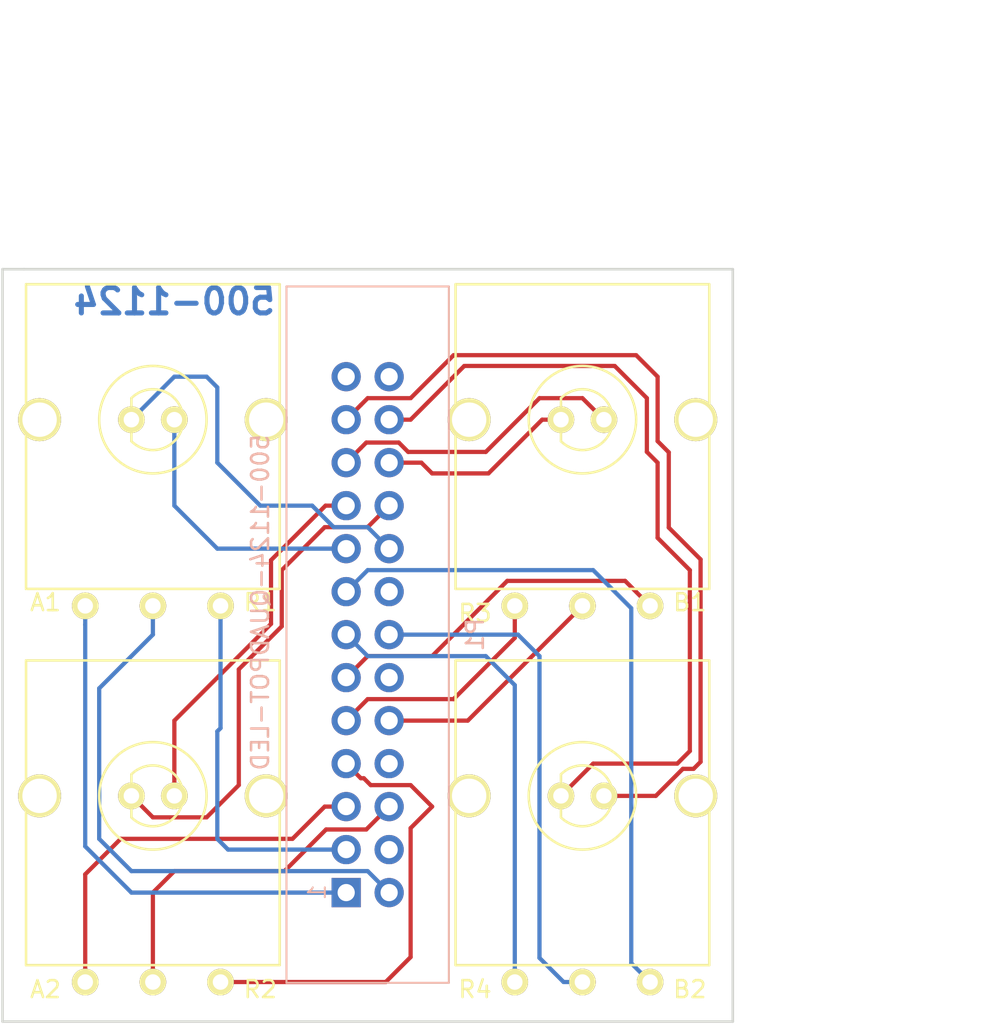
<source format=kicad_pcb>
(kicad_pcb (version 20171130) (host pcbnew "(5.0.0)")

  (general
    (thickness 1.6)
    (drawings 10)
    (tracks 126)
    (zones 0)
    (modules 5)
    (nets 27)
  )

  (page A4)
  (layers
    (0 F.Cu signal)
    (31 B.Cu signal)
    (32 B.Adhes user)
    (33 F.Adhes user)
    (34 B.Paste user)
    (35 F.Paste user)
    (36 B.SilkS user hide)
    (37 F.SilkS user)
    (38 B.Mask user)
    (39 F.Mask user)
    (40 Dwgs.User user)
    (41 Cmts.User user)
    (42 Eco1.User user)
    (43 Eco2.User user)
    (44 Edge.Cuts user)
    (45 Margin user)
    (46 B.CrtYd user)
    (47 F.CrtYd user)
    (48 B.Fab user hide)
    (49 F.Fab user)
  )

  (setup
    (last_trace_width 0.25)
    (trace_clearance 0.2)
    (zone_clearance 0.508)
    (zone_45_only no)
    (trace_min 0.2)
    (segment_width 0.2)
    (edge_width 0.15)
    (via_size 0.6)
    (via_drill 0.4)
    (via_min_size 0.4)
    (via_min_drill 0.3)
    (uvia_size 0.3)
    (uvia_drill 0.1)
    (uvias_allowed no)
    (uvia_min_size 0.2)
    (uvia_min_drill 0.1)
    (pcb_text_width 0.3)
    (pcb_text_size 1.5 1.5)
    (mod_edge_width 0.15)
    (mod_text_size 1 1)
    (mod_text_width 0.15)
    (pad_size 1.524 1.524)
    (pad_drill 0.762)
    (pad_to_mask_clearance 0.2)
    (aux_axis_origin 0 0)
    (visible_elements 7FFFEFFF)
    (pcbplotparams
      (layerselection 0x010f0_ffffffff)
      (usegerberextensions true)
      (usegerberattributes false)
      (usegerberadvancedattributes false)
      (creategerberjobfile false)
      (excludeedgelayer true)
      (linewidth 0.100000)
      (plotframeref false)
      (viasonmask false)
      (mode 1)
      (useauxorigin false)
      (hpglpennumber 1)
      (hpglpenspeed 20)
      (hpglpendiameter 15.000000)
      (psnegative false)
      (psa4output false)
      (plotreference true)
      (plotvalue true)
      (plotinvisibletext false)
      (padsonsilk false)
      (subtractmaskfromsilk false)
      (outputformat 1)
      (mirror false)
      (drillshape 0)
      (scaleselection 1)
      (outputdirectory "FAB/"))
  )

  (net 0 "")
  (net 1 "Net-(P1-Pad1)")
  (net 2 "Net-(P1-Pad2)")
  (net 3 "Net-(P1-Pad3)")
  (net 4 "Net-(P1-Pad4)")
  (net 5 "Net-(P1-Pad5)")
  (net 6 "Net-(P1-Pad6)")
  (net 7 "Net-(P1-Pad7)")
  (net 8 "Net-(P1-Pad8)")
  (net 9 "Net-(P1-Pad9)")
  (net 10 "Net-(P1-Pad10)")
  (net 11 "Net-(P1-Pad11)")
  (net 12 "Net-(P1-Pad12)")
  (net 13 "Net-(P1-Pad13)")
  (net 14 "Net-(P1-Pad14)")
  (net 15 "Net-(P1-Pad15)")
  (net 16 "Net-(P1-Pad16)")
  (net 17 "Net-(P1-Pad17)")
  (net 18 "Net-(P1-Pad18)")
  (net 19 "Net-(P1-Pad19)")
  (net 20 "Net-(P1-Pad20)")
  (net 21 "Net-(P1-Pad21)")
  (net 22 "Net-(P1-Pad22)")
  (net 23 "Net-(P1-Pad23)")
  (net 24 "Net-(P1-Pad24)")
  (net 25 "Net-(P1-Pad25)")
  (net 26 "Net-(P1-Pad26)")

  (net_class Default "This is the default net class."
    (clearance 0.2)
    (trace_width 0.25)
    (via_dia 0.6)
    (via_drill 0.4)
    (uvia_dia 0.3)
    (uvia_drill 0.1)
    (add_net "Net-(P1-Pad1)")
    (add_net "Net-(P1-Pad10)")
    (add_net "Net-(P1-Pad11)")
    (add_net "Net-(P1-Pad12)")
    (add_net "Net-(P1-Pad13)")
    (add_net "Net-(P1-Pad14)")
    (add_net "Net-(P1-Pad15)")
    (add_net "Net-(P1-Pad16)")
    (add_net "Net-(P1-Pad17)")
    (add_net "Net-(P1-Pad18)")
    (add_net "Net-(P1-Pad19)")
    (add_net "Net-(P1-Pad2)")
    (add_net "Net-(P1-Pad20)")
    (add_net "Net-(P1-Pad21)")
    (add_net "Net-(P1-Pad22)")
    (add_net "Net-(P1-Pad23)")
    (add_net "Net-(P1-Pad24)")
    (add_net "Net-(P1-Pad25)")
    (add_net "Net-(P1-Pad26)")
    (add_net "Net-(P1-Pad3)")
    (add_net "Net-(P1-Pad4)")
    (add_net "Net-(P1-Pad5)")
    (add_net "Net-(P1-Pad6)")
    (add_net "Net-(P1-Pad7)")
    (add_net "Net-(P1-Pad8)")
    (add_net "Net-(P1-Pad9)")
  )

  (module FootPrints:Alpha9mmPotWithLED (layer F.Cu) (tedit 58C9CABB) (tstamp 58C896BD)
    (at 127 76.2)
    (path /58C877F8)
    (fp_text reference R1 (at 6.35 10.795) (layer F.SilkS)
      (effects (font (size 1 1) (thickness 0.15)))
    )
    (fp_text value A1 (at -6.35 10.795) (layer F.SilkS)
      (effects (font (size 1 1) (thickness 0.15)))
    )
    (fp_arc (start 0 0) (end 1.27 1.27) (angle 90) (layer F.SilkS) (width 0.15))
    (fp_arc (start 0 0) (end 1.27 -1.27) (angle 90) (layer F.SilkS) (width 0.15))
    (fp_arc (start 0 0) (end -1.27 -1.27) (angle 90) (layer F.SilkS) (width 0.15))
    (fp_line (start -1.27 -1.27) (end -1.27 1.27) (layer F.SilkS) (width 0.15))
    (fp_circle (center 0 0) (end 3.175 0) (layer F.SilkS) (width 0.15))
    (fp_line (start -7.5 10) (end 7.5 10) (layer F.SilkS) (width 0.15))
    (fp_line (start 7.5 10) (end 7.5 -8) (layer F.SilkS) (width 0.15))
    (fp_line (start 7.5 -8) (end -7.5 -8) (layer F.SilkS) (width 0.15))
    (fp_line (start -7.5 -8) (end -7.5 10) (layer F.SilkS) (width 0.15))
    (pad "" thru_hole circle (at -6.7 0) (size 2.54 2.54) (drill 2.032) (layers *.Cu *.Mask F.SilkS))
    (pad "" thru_hole circle (at 6.7 0) (size 2.54 2.54) (drill 2.032) (layers *.Cu *.Mask F.SilkS))
    (pad 4 thru_hole circle (at -1.27 0) (size 1.5748 1.5748) (drill 0.9144) (layers *.Cu *.Mask F.SilkS)
      (net 18 "Net-(P1-Pad18)"))
    (pad 5 thru_hole circle (at 1.27 0) (size 1.5748 1.5748) (drill 0.9144) (layers *.Cu *.Mask F.SilkS)
      (net 17 "Net-(P1-Pad17)"))
    (pad 2 thru_hole circle (at 0 11) (size 1.5748 1.5748) (drill 0.9144) (layers *.Cu *.Mask F.SilkS)
      (net 2 "Net-(P1-Pad2)"))
    (pad 3 thru_hole circle (at 4 11) (size 1.5748 1.5748) (drill 0.9144) (layers *.Cu *.Mask F.SilkS)
      (net 3 "Net-(P1-Pad3)"))
    (pad 1 thru_hole circle (at -4 11) (size 1.5748 1.5748) (drill 0.9144) (layers *.Cu *.Mask F.SilkS)
      (net 1 "Net-(P1-Pad1)"))
  )

  (module FootPrints:Alpha9mmPotWithLED (layer F.Cu) (tedit 58C9CAC9) (tstamp 58C896D1)
    (at 127 98.425)
    (path /58C87A79)
    (fp_text reference R2 (at 6.35 11.43) (layer F.SilkS)
      (effects (font (size 1 1) (thickness 0.15)))
    )
    (fp_text value A2 (at -6.35 11.43) (layer F.SilkS)
      (effects (font (size 1 1) (thickness 0.15)))
    )
    (fp_arc (start 0 0) (end 1.27 1.27) (angle 90) (layer F.SilkS) (width 0.15))
    (fp_arc (start 0 0) (end 1.27 -1.27) (angle 90) (layer F.SilkS) (width 0.15))
    (fp_arc (start 0 0) (end -1.27 -1.27) (angle 90) (layer F.SilkS) (width 0.15))
    (fp_line (start -1.27 -1.27) (end -1.27 1.27) (layer F.SilkS) (width 0.15))
    (fp_circle (center 0 0) (end 3.175 0) (layer F.SilkS) (width 0.15))
    (fp_line (start -7.5 10) (end 7.5 10) (layer F.SilkS) (width 0.15))
    (fp_line (start 7.5 10) (end 7.5 -8) (layer F.SilkS) (width 0.15))
    (fp_line (start 7.5 -8) (end -7.5 -8) (layer F.SilkS) (width 0.15))
    (fp_line (start -7.5 -8) (end -7.5 10) (layer F.SilkS) (width 0.15))
    (pad "" thru_hole circle (at -6.7 0) (size 2.54 2.54) (drill 2.032) (layers *.Cu *.Mask F.SilkS))
    (pad "" thru_hole circle (at 6.7 0) (size 2.54 2.54) (drill 2.032) (layers *.Cu *.Mask F.SilkS))
    (pad 4 thru_hole circle (at -1.27 0) (size 1.5748 1.5748) (drill 0.9144) (layers *.Cu *.Mask F.SilkS)
      (net 20 "Net-(P1-Pad20)"))
    (pad 5 thru_hole circle (at 1.27 0) (size 1.5748 1.5748) (drill 0.9144) (layers *.Cu *.Mask F.SilkS)
      (net 19 "Net-(P1-Pad19)"))
    (pad 2 thru_hole circle (at 0 11) (size 1.5748 1.5748) (drill 0.9144) (layers *.Cu *.Mask F.SilkS)
      (net 6 "Net-(P1-Pad6)"))
    (pad 3 thru_hole circle (at 4 11) (size 1.5748 1.5748) (drill 0.9144) (layers *.Cu *.Mask F.SilkS)
      (net 7 "Net-(P1-Pad7)"))
    (pad 1 thru_hole circle (at -4 11) (size 1.5748 1.5748) (drill 0.9144) (layers *.Cu *.Mask F.SilkS)
      (net 5 "Net-(P1-Pad5)"))
  )

  (module FootPrints:Alpha9mmPotWithLED (layer F.Cu) (tedit 58C9C996) (tstamp 58C896E5)
    (at 152.4 76.2)
    (path /58C87AE3)
    (fp_text reference R3 (at -6.35 11.43) (layer F.SilkS)
      (effects (font (size 1 1) (thickness 0.15)))
    )
    (fp_text value B1 (at 6.35 10.795) (layer F.SilkS)
      (effects (font (size 1 1) (thickness 0.15)))
    )
    (fp_arc (start 0 0) (end 1.27 1.27) (angle 90) (layer F.SilkS) (width 0.15))
    (fp_arc (start 0 0) (end 1.27 -1.27) (angle 90) (layer F.SilkS) (width 0.15))
    (fp_arc (start 0 0) (end -1.27 -1.27) (angle 90) (layer F.SilkS) (width 0.15))
    (fp_line (start -1.27 -1.27) (end -1.27 1.27) (layer F.SilkS) (width 0.15))
    (fp_circle (center 0 0) (end 3.175 0) (layer F.SilkS) (width 0.15))
    (fp_line (start -7.5 10) (end 7.5 10) (layer F.SilkS) (width 0.15))
    (fp_line (start 7.5 10) (end 7.5 -8) (layer F.SilkS) (width 0.15))
    (fp_line (start 7.5 -8) (end -7.5 -8) (layer F.SilkS) (width 0.15))
    (fp_line (start -7.5 -8) (end -7.5 10) (layer F.SilkS) (width 0.15))
    (pad "" thru_hole circle (at -6.7 0) (size 2.54 2.54) (drill 2.032) (layers *.Cu *.Mask F.SilkS))
    (pad "" thru_hole circle (at 6.7 0) (size 2.54 2.54) (drill 2.032) (layers *.Cu *.Mask F.SilkS))
    (pad 4 thru_hole circle (at -1.27 0) (size 1.5748 1.5748) (drill 0.9144) (layers *.Cu *.Mask F.SilkS)
      (net 22 "Net-(P1-Pad22)"))
    (pad 5 thru_hole circle (at 1.27 0) (size 1.5748 1.5748) (drill 0.9144) (layers *.Cu *.Mask F.SilkS)
      (net 21 "Net-(P1-Pad21)"))
    (pad 2 thru_hole circle (at 0 11) (size 1.5748 1.5748) (drill 0.9144) (layers *.Cu *.Mask F.SilkS)
      (net 10 "Net-(P1-Pad10)"))
    (pad 3 thru_hole circle (at 4 11) (size 1.5748 1.5748) (drill 0.9144) (layers *.Cu *.Mask F.SilkS)
      (net 11 "Net-(P1-Pad11)"))
    (pad 1 thru_hole circle (at -4 11) (size 1.5748 1.5748) (drill 0.9144) (layers *.Cu *.Mask F.SilkS)
      (net 9 "Net-(P1-Pad9)"))
  )

  (module FootPrints:Alpha9mmPotWithLED (layer F.Cu) (tedit 58C9C99E) (tstamp 58C896F9)
    (at 152.4 98.425)
    (path /58C87B2A)
    (fp_text reference R4 (at -6.35 11.43) (layer F.SilkS)
      (effects (font (size 1 1) (thickness 0.15)))
    )
    (fp_text value B2 (at 6.35 11.43) (layer F.SilkS)
      (effects (font (size 1 1) (thickness 0.15)))
    )
    (fp_arc (start 0 0) (end 1.27 1.27) (angle 90) (layer F.SilkS) (width 0.15))
    (fp_arc (start 0 0) (end 1.27 -1.27) (angle 90) (layer F.SilkS) (width 0.15))
    (fp_arc (start 0 0) (end -1.27 -1.27) (angle 90) (layer F.SilkS) (width 0.15))
    (fp_line (start -1.27 -1.27) (end -1.27 1.27) (layer F.SilkS) (width 0.15))
    (fp_circle (center 0 0) (end 3.175 0) (layer F.SilkS) (width 0.15))
    (fp_line (start -7.5 10) (end 7.5 10) (layer F.SilkS) (width 0.15))
    (fp_line (start 7.5 10) (end 7.5 -8) (layer F.SilkS) (width 0.15))
    (fp_line (start 7.5 -8) (end -7.5 -8) (layer F.SilkS) (width 0.15))
    (fp_line (start -7.5 -8) (end -7.5 10) (layer F.SilkS) (width 0.15))
    (pad "" thru_hole circle (at -6.7 0) (size 2.54 2.54) (drill 2.032) (layers *.Cu *.Mask F.SilkS))
    (pad "" thru_hole circle (at 6.7 0) (size 2.54 2.54) (drill 2.032) (layers *.Cu *.Mask F.SilkS))
    (pad 4 thru_hole circle (at -1.27 0) (size 1.5748 1.5748) (drill 0.9144) (layers *.Cu *.Mask F.SilkS)
      (net 24 "Net-(P1-Pad24)"))
    (pad 5 thru_hole circle (at 1.27 0) (size 1.5748 1.5748) (drill 0.9144) (layers *.Cu *.Mask F.SilkS)
      (net 23 "Net-(P1-Pad23)"))
    (pad 2 thru_hole circle (at 0 11) (size 1.5748 1.5748) (drill 0.9144) (layers *.Cu *.Mask F.SilkS)
      (net 14 "Net-(P1-Pad14)"))
    (pad 3 thru_hole circle (at 4 11) (size 1.5748 1.5748) (drill 0.9144) (layers *.Cu *.Mask F.SilkS)
      (net 15 "Net-(P1-Pad15)"))
    (pad 1 thru_hole circle (at -4 11) (size 1.5748 1.5748) (drill 0.9144) (layers *.Cu *.Mask F.SilkS)
      (net 13 "Net-(P1-Pad13)"))
  )

  (module Connect:IDC_Header_Straight_26pins (layer B.Cu) (tedit 58C9CB0C) (tstamp 58C97F25)
    (at 138.43 104.14 90)
    (descr "26 pins through hole IDC header")
    (tags "IDC header socket VASCH")
    (path /58C984B5)
    (fp_text reference P1 (at 15.24 7.62 90) (layer B.SilkS)
      (effects (font (size 1 1) (thickness 0.15)) (justify mirror))
    )
    (fp_text value 500-1124-QUADPOT-LED (at 17.145 -5.08 270) (layer B.SilkS)
      (effects (font (size 1 1) (thickness 0.15)) (justify mirror))
    )
    (fp_line (start -5.08 5.82) (end 35.56 5.82) (layer B.Fab) (width 0.1))
    (fp_line (start -4.54 5.27) (end 35 5.27) (layer B.Fab) (width 0.1))
    (fp_line (start -5.08 -3.28) (end 35.56 -3.28) (layer B.Fab) (width 0.1))
    (fp_line (start -4.54 -2.73) (end 12.99 -2.73) (layer B.Fab) (width 0.1))
    (fp_line (start 17.49 -2.73) (end 35 -2.73) (layer B.Fab) (width 0.1))
    (fp_line (start 12.99 -2.73) (end 12.99 -3.28) (layer B.Fab) (width 0.1))
    (fp_line (start 17.49 -2.73) (end 17.49 -3.28) (layer B.Fab) (width 0.1))
    (fp_line (start -5.08 5.82) (end -5.08 -3.28) (layer B.Fab) (width 0.1))
    (fp_line (start -4.54 5.27) (end -4.54 -2.73) (layer B.Fab) (width 0.1))
    (fp_line (start 35.56 5.82) (end 35.56 -3.28) (layer B.Fab) (width 0.1))
    (fp_line (start 35 5.27) (end 35 -2.73) (layer B.Fab) (width 0.1))
    (fp_line (start -5.08 5.82) (end -4.54 5.27) (layer B.Fab) (width 0.1))
    (fp_line (start 35.56 5.82) (end 35 5.27) (layer B.Fab) (width 0.1))
    (fp_line (start -5.08 -3.28) (end -4.54 -2.73) (layer B.Fab) (width 0.1))
    (fp_line (start 35.56 -3.28) (end 35 -2.73) (layer B.Fab) (width 0.1))
    (fp_line (start -5.58 6.32) (end 36.06 6.32) (layer B.CrtYd) (width 0.05))
    (fp_line (start 36.06 6.32) (end 36.06 -3.78) (layer B.CrtYd) (width 0.05))
    (fp_line (start 36.06 -3.78) (end -5.58 -3.78) (layer B.CrtYd) (width 0.05))
    (fp_line (start -5.58 -3.78) (end -5.58 6.32) (layer B.CrtYd) (width 0.05))
    (fp_text user 1 (at 0.02 -1.72 90) (layer B.SilkS)
      (effects (font (size 1 1) (thickness 0.12)) (justify mirror))
    )
    (fp_line (start -5.33 6.07) (end 35.81 6.07) (layer B.SilkS) (width 0.12))
    (fp_line (start 35.81 6.07) (end 35.81 -3.53) (layer B.SilkS) (width 0.12))
    (fp_line (start 35.81 -3.53) (end -5.33 -3.53) (layer B.SilkS) (width 0.12))
    (fp_line (start -5.33 -3.53) (end -5.33 6.07) (layer B.SilkS) (width 0.12))
    (pad 1 thru_hole rect (at 0 0 90) (size 1.7272 1.7272) (drill 1.016) (layers *.Cu *.Mask)
      (net 1 "Net-(P1-Pad1)"))
    (pad 2 thru_hole oval (at 0 2.54 90) (size 1.7272 1.7272) (drill 1.016) (layers *.Cu *.Mask)
      (net 2 "Net-(P1-Pad2)"))
    (pad 3 thru_hole oval (at 2.54 0 90) (size 1.7272 1.7272) (drill 1.016) (layers *.Cu *.Mask)
      (net 3 "Net-(P1-Pad3)"))
    (pad 4 thru_hole oval (at 2.54 2.54 90) (size 1.7272 1.7272) (drill 1.016) (layers *.Cu *.Mask)
      (net 4 "Net-(P1-Pad4)"))
    (pad 5 thru_hole oval (at 5.08 0 90) (size 1.7272 1.7272) (drill 1.016) (layers *.Cu *.Mask)
      (net 5 "Net-(P1-Pad5)"))
    (pad 6 thru_hole oval (at 5.08 2.54 90) (size 1.7272 1.7272) (drill 1.016) (layers *.Cu *.Mask)
      (net 6 "Net-(P1-Pad6)"))
    (pad 7 thru_hole oval (at 7.62 0 90) (size 1.7272 1.7272) (drill 1.016) (layers *.Cu *.Mask)
      (net 7 "Net-(P1-Pad7)"))
    (pad 8 thru_hole oval (at 7.62 2.54 90) (size 1.7272 1.7272) (drill 1.016) (layers *.Cu *.Mask)
      (net 8 "Net-(P1-Pad8)"))
    (pad 9 thru_hole oval (at 10.16 0 90) (size 1.7272 1.7272) (drill 1.016) (layers *.Cu *.Mask)
      (net 9 "Net-(P1-Pad9)"))
    (pad 10 thru_hole oval (at 10.16 2.54 90) (size 1.7272 1.7272) (drill 1.016) (layers *.Cu *.Mask)
      (net 10 "Net-(P1-Pad10)"))
    (pad 11 thru_hole oval (at 12.7 0 90) (size 1.7272 1.7272) (drill 1.016) (layers *.Cu *.Mask)
      (net 11 "Net-(P1-Pad11)"))
    (pad 12 thru_hole oval (at 12.7 2.54 90) (size 1.7272 1.7272) (drill 1.016) (layers *.Cu *.Mask)
      (net 12 "Net-(P1-Pad12)"))
    (pad 13 thru_hole oval (at 15.24 0 90) (size 1.7272 1.7272) (drill 1.016) (layers *.Cu *.Mask)
      (net 13 "Net-(P1-Pad13)"))
    (pad 14 thru_hole oval (at 15.24 2.54 90) (size 1.7272 1.7272) (drill 1.016) (layers *.Cu *.Mask)
      (net 14 "Net-(P1-Pad14)"))
    (pad 15 thru_hole oval (at 17.78 0 90) (size 1.7272 1.7272) (drill 1.016) (layers *.Cu *.Mask)
      (net 15 "Net-(P1-Pad15)"))
    (pad 16 thru_hole oval (at 17.78 2.54 90) (size 1.7272 1.7272) (drill 1.016) (layers *.Cu *.Mask)
      (net 16 "Net-(P1-Pad16)"))
    (pad 17 thru_hole oval (at 20.32 0 90) (size 1.7272 1.7272) (drill 1.016) (layers *.Cu *.Mask)
      (net 17 "Net-(P1-Pad17)"))
    (pad 18 thru_hole oval (at 20.32 2.54 90) (size 1.7272 1.7272) (drill 1.016) (layers *.Cu *.Mask)
      (net 18 "Net-(P1-Pad18)"))
    (pad 19 thru_hole oval (at 22.86 0 90) (size 1.7272 1.7272) (drill 1.016) (layers *.Cu *.Mask)
      (net 19 "Net-(P1-Pad19)"))
    (pad 20 thru_hole oval (at 22.86 2.54 90) (size 1.7272 1.7272) (drill 1.016) (layers *.Cu *.Mask)
      (net 20 "Net-(P1-Pad20)"))
    (pad 21 thru_hole oval (at 25.4 0 90) (size 1.7272 1.7272) (drill 1.016) (layers *.Cu *.Mask)
      (net 21 "Net-(P1-Pad21)"))
    (pad 22 thru_hole oval (at 25.4 2.54 90) (size 1.7272 1.7272) (drill 1.016) (layers *.Cu *.Mask)
      (net 22 "Net-(P1-Pad22)"))
    (pad 23 thru_hole oval (at 27.94 0 90) (size 1.7272 1.7272) (drill 1.016) (layers *.Cu *.Mask)
      (net 23 "Net-(P1-Pad23)"))
    (pad 24 thru_hole oval (at 27.94 2.54 90) (size 1.7272 1.7272) (drill 1.016) (layers *.Cu *.Mask)
      (net 24 "Net-(P1-Pad24)"))
    (pad 25 thru_hole oval (at 30.48 0 90) (size 1.7272 1.7272) (drill 1.016) (layers *.Cu *.Mask)
      (net 25 "Net-(P1-Pad25)"))
    (pad 26 thru_hole oval (at 30.48 2.54 90) (size 1.7272 1.7272) (drill 1.016) (layers *.Cu *.Mask)
      (net 26 "Net-(P1-Pad26)"))
  )

  (gr_text "500-1124\n" (at 128.27 69.215) (layer B.Cu)
    (effects (font (size 1.5 1.5) (thickness 0.3)) (justify mirror))
  )
  (dimension 25.4 (width 0.3) (layer F.Fab)
    (gr_text "1.0000 in" (at 139.7 59.61) (layer F.Fab)
      (effects (font (size 1.5 1.5) (thickness 0.3)))
    )
    (feature1 (pts (xy 152.4 64.77) (xy 152.4 58.26)))
    (feature2 (pts (xy 127 64.77) (xy 127 58.26)))
    (crossbar (pts (xy 127 60.96) (xy 152.4 60.96)))
    (arrow1a (pts (xy 152.4 60.96) (xy 151.273496 61.546421)))
    (arrow1b (pts (xy 152.4 60.96) (xy 151.273496 60.373579)))
    (arrow2a (pts (xy 127 60.96) (xy 128.126504 61.546421)))
    (arrow2b (pts (xy 127 60.96) (xy 128.126504 60.373579)))
  )
  (dimension 43.18 (width 0.3) (layer F.Fab)
    (gr_text "1.7000 in" (at 139.7 53.26) (layer F.Fab)
      (effects (font (size 1.5 1.5) (thickness 0.3)))
    )
    (feature1 (pts (xy 161.29 64.77) (xy 161.29 51.91)))
    (feature2 (pts (xy 118.11 64.77) (xy 118.11 51.91)))
    (crossbar (pts (xy 118.11 54.61) (xy 161.29 54.61)))
    (arrow1a (pts (xy 161.29 54.61) (xy 160.163496 55.196421)))
    (arrow1b (pts (xy 161.29 54.61) (xy 160.163496 54.023579)))
    (arrow2a (pts (xy 118.11 54.61) (xy 119.236504 55.196421)))
    (arrow2b (pts (xy 118.11 54.61) (xy 119.236504 54.023579)))
  )
  (dimension 22.225 (width 0.3) (layer F.Fab)
    (gr_text "0.8750 in" (at 169.625 87.3125 270) (layer F.Fab)
      (effects (font (size 1.5 1.5) (thickness 0.3)))
    )
    (feature1 (pts (xy 161.925 98.425) (xy 170.975 98.425)))
    (feature2 (pts (xy 161.925 76.2) (xy 170.975 76.2)))
    (crossbar (pts (xy 168.275 76.2) (xy 168.275 98.425)))
    (arrow1a (pts (xy 168.275 98.425) (xy 167.688579 97.298496)))
    (arrow1b (pts (xy 168.275 98.425) (xy 168.861421 97.298496)))
    (arrow2a (pts (xy 168.275 76.2) (xy 167.688579 77.326504)))
    (arrow2b (pts (xy 168.275 76.2) (xy 168.861421 77.326504)))
  )
  (dimension 44.45 (width 0.3) (layer F.Fab)
    (gr_text "1.7500 in" (at 174.07 89.535 270) (layer F.Fab)
      (effects (font (size 1.5 1.5) (thickness 0.3)))
    )
    (feature1 (pts (xy 162.56 111.76) (xy 175.42 111.76)))
    (feature2 (pts (xy 162.56 67.31) (xy 175.42 67.31)))
    (crossbar (pts (xy 172.72 67.31) (xy 172.72 111.76)))
    (arrow1a (pts (xy 172.72 111.76) (xy 172.133579 110.633496)))
    (arrow1b (pts (xy 172.72 111.76) (xy 173.306421 110.633496)))
    (arrow2a (pts (xy 172.72 67.31) (xy 172.133579 68.436504)))
    (arrow2b (pts (xy 172.72 67.31) (xy 173.306421 68.436504)))
  )
  (gr_line (start 118.11 67.31) (end 119.38 67.31) (angle 90) (layer Edge.Cuts) (width 0.15))
  (gr_line (start 118.11 111.76) (end 118.11 67.31) (angle 90) (layer Edge.Cuts) (width 0.15))
  (gr_line (start 161.29 111.76) (end 118.11 111.76) (angle 90) (layer Edge.Cuts) (width 0.15))
  (gr_line (start 161.29 67.31) (end 161.29 111.76) (angle 90) (layer Edge.Cuts) (width 0.15))
  (gr_line (start 119.38 67.31) (end 161.29 67.31) (angle 90) (layer Edge.Cuts) (width 0.15))

  (segment (start 138.43 104.14) (end 125.73 104.14) (width 0.25) (layer B.Cu) (net 1))
  (segment (start 125.73 104.14) (end 123 101.41) (width 0.25) (layer B.Cu) (net 1))
  (segment (start 123 101.41) (end 123 88.313551) (width 0.25) (layer B.Cu) (net 1))
  (segment (start 123 88.313551) (end 123 87.2) (width 0.25) (layer B.Cu) (net 1))
  (segment (start 140.97 104.14) (end 139.7 102.87) (width 0.25) (layer B.Cu) (net 2))
  (segment (start 139.7 102.87) (end 125.73 102.87) (width 0.25) (layer B.Cu) (net 2))
  (segment (start 125.73 102.87) (end 123.825 100.965) (width 0.25) (layer B.Cu) (net 2))
  (segment (start 123.825 100.965) (end 123.825 92.075) (width 0.25) (layer B.Cu) (net 2))
  (segment (start 123.825 92.075) (end 127 88.9) (width 0.25) (layer B.Cu) (net 2))
  (segment (start 127 88.9) (end 127 87.2) (width 0.25) (layer B.Cu) (net 2))
  (segment (start 138.43 101.6) (end 131.445 101.6) (width 0.25) (layer B.Cu) (net 3))
  (segment (start 130.81 100.965) (end 130.81 94.615) (width 0.25) (layer B.Cu) (net 3))
  (segment (start 131.445 101.6) (end 130.81 100.965) (width 0.25) (layer B.Cu) (net 3))
  (segment (start 130.81 94.615) (end 131 94.425) (width 0.25) (layer B.Cu) (net 3))
  (segment (start 131 94.425) (end 131 87.2) (width 0.25) (layer B.Cu) (net 3))
  (segment (start 138.43 99.06) (end 137.16 99.06) (width 0.25) (layer F.Cu) (net 5))
  (segment (start 137.16 99.06) (end 135.255 100.965) (width 0.25) (layer F.Cu) (net 5))
  (segment (start 135.255 100.965) (end 125.095 100.965) (width 0.25) (layer F.Cu) (net 5))
  (segment (start 125.095 100.965) (end 123 103.06) (width 0.25) (layer F.Cu) (net 5))
  (segment (start 123 103.06) (end 123 109.425) (width 0.25) (layer F.Cu) (net 5))
  (segment (start 140.97 99.06) (end 139.618601 100.411399) (width 0.25) (layer F.Cu) (net 6))
  (segment (start 139.618601 100.411399) (end 137.241399 100.411399) (width 0.25) (layer F.Cu) (net 6))
  (segment (start 137.241399 100.411399) (end 134.782798 102.87) (width 0.25) (layer F.Cu) (net 6))
  (segment (start 134.782798 102.87) (end 128.27 102.87) (width 0.25) (layer F.Cu) (net 6))
  (segment (start 128.27 102.87) (end 127 104.14) (width 0.25) (layer F.Cu) (net 6))
  (segment (start 127 104.14) (end 127 109.425) (width 0.25) (layer F.Cu) (net 6))
  (segment (start 138.43 96.52) (end 139.293599 97.383599) (width 0.25) (layer F.Cu) (net 7))
  (segment (start 139.293599 97.383599) (end 139.471401 97.383599) (width 0.25) (layer F.Cu) (net 7))
  (segment (start 139.471401 97.383599) (end 139.877802 97.79) (width 0.25) (layer F.Cu) (net 7))
  (segment (start 139.877802 97.79) (end 142.24 97.79) (width 0.25) (layer F.Cu) (net 7))
  (segment (start 142.24 100.33) (end 142.24 107.95) (width 0.25) (layer F.Cu) (net 7))
  (segment (start 142.24 97.79) (end 143.51 99.06) (width 0.25) (layer F.Cu) (net 7))
  (segment (start 143.51 99.06) (end 142.24 100.33) (width 0.25) (layer F.Cu) (net 7))
  (segment (start 142.24 107.95) (end 140.765 109.425) (width 0.25) (layer F.Cu) (net 7))
  (segment (start 140.765 109.425) (end 131 109.425) (width 0.25) (layer F.Cu) (net 7))
  (segment (start 138.43 93.98) (end 139.7 92.71) (width 0.25) (layer F.Cu) (net 9))
  (segment (start 139.7 92.71) (end 144.78 92.71) (width 0.25) (layer F.Cu) (net 9))
  (segment (start 144.78 92.71) (end 148.4 89.09) (width 0.25) (layer F.Cu) (net 9))
  (segment (start 148.4 89.09) (end 148.4 87.2) (width 0.25) (layer F.Cu) (net 9))
  (segment (start 140.97 93.98) (end 145.62 93.98) (width 0.25) (layer F.Cu) (net 10))
  (segment (start 145.62 93.98) (end 152.4 87.2) (width 0.25) (layer F.Cu) (net 10))
  (segment (start 139.7 90.17) (end 138.43 91.44) (width 0.25) (layer F.Cu) (net 11))
  (segment (start 143.51 90.17) (end 139.7 90.17) (width 0.25) (layer F.Cu) (net 11))
  (segment (start 147.955 85.725) (end 143.51 90.17) (width 0.25) (layer F.Cu) (net 11))
  (segment (start 154.925 85.725) (end 147.955 85.725) (width 0.25) (layer F.Cu) (net 11))
  (segment (start 156.4 87.2) (end 154.925 85.725) (width 0.25) (layer F.Cu) (net 11))
  (segment (start 139.7 90.17) (end 138.43 88.9) (width 0.25) (layer B.Cu) (net 13))
  (segment (start 146.685 90.17) (end 139.7 90.17) (width 0.25) (layer B.Cu) (net 13))
  (segment (start 148.4 91.885) (end 146.685 90.17) (width 0.25) (layer B.Cu) (net 13))
  (segment (start 148.4 109.425) (end 148.4 91.885) (width 0.25) (layer B.Cu) (net 13))
  (segment (start 148.59 88.9) (end 140.97 88.9) (width 0.25) (layer B.Cu) (net 14))
  (segment (start 149.86 90.17) (end 148.59 88.9) (width 0.25) (layer B.Cu) (net 14))
  (segment (start 149.86 107.998551) (end 149.86 90.17) (width 0.25) (layer B.Cu) (net 14))
  (segment (start 152.4 109.425) (end 151.286449 109.425) (width 0.25) (layer B.Cu) (net 14))
  (segment (start 151.286449 109.425) (end 149.86 107.998551) (width 0.25) (layer B.Cu) (net 14))
  (segment (start 139.7 85.09) (end 138.43 86.36) (width 0.25) (layer B.Cu) (net 15))
  (segment (start 153.035 85.09) (end 139.7 85.09) (width 0.25) (layer B.Cu) (net 15))
  (segment (start 155.287599 87.342599) (end 153.035 85.09) (width 0.25) (layer B.Cu) (net 15))
  (segment (start 156.4 109.425) (end 155.287599 108.312599) (width 0.25) (layer B.Cu) (net 15))
  (segment (start 155.287599 108.312599) (end 155.287599 87.342599) (width 0.25) (layer B.Cu) (net 15))
  (segment (start 128.27 81.28) (end 128.27 76.2) (width 0.25) (layer B.Cu) (net 17))
  (segment (start 130.81 83.82) (end 128.27 81.28) (width 0.25) (layer B.Cu) (net 17))
  (segment (start 138.43 83.82) (end 130.81 83.82) (width 0.25) (layer B.Cu) (net 17))
  (segment (start 140.97 83.82) (end 139.7 82.55) (width 0.25) (layer B.Cu) (net 18))
  (segment (start 139.7 82.55) (end 137.689398 82.55) (width 0.25) (layer B.Cu) (net 18))
  (segment (start 137.689398 82.55) (end 136.419398 81.28) (width 0.25) (layer B.Cu) (net 18))
  (segment (start 136.419398 81.28) (end 133.35 81.28) (width 0.25) (layer B.Cu) (net 18))
  (segment (start 130.175 73.66) (end 128.27 73.66) (width 0.25) (layer B.Cu) (net 18))
  (segment (start 133.35 81.28) (end 130.81 78.74) (width 0.25) (layer B.Cu) (net 18))
  (segment (start 130.81 78.74) (end 130.81 74.295) (width 0.25) (layer B.Cu) (net 18))
  (segment (start 130.81 74.295) (end 130.175 73.66) (width 0.25) (layer B.Cu) (net 18))
  (segment (start 128.27 73.66) (end 125.73 76.2) (width 0.25) (layer B.Cu) (net 18))
  (segment (start 138.43 81.28) (end 137.208686 81.28) (width 0.25) (layer F.Cu) (net 19))
  (segment (start 133.985 88.265) (end 128.27 93.98) (width 0.25) (layer F.Cu) (net 19))
  (segment (start 137.208686 81.28) (end 133.985 84.503686) (width 0.25) (layer F.Cu) (net 19))
  (segment (start 133.985 84.503686) (end 133.985 88.265) (width 0.25) (layer F.Cu) (net 19))
  (segment (start 128.27 93.98) (end 128.27 98.425) (width 0.25) (layer F.Cu) (net 19))
  (segment (start 125.73 98.425) (end 127 99.695) (width 0.25) (layer F.Cu) (net 20))
  (segment (start 127 99.695) (end 130.175 99.695) (width 0.25) (layer F.Cu) (net 20))
  (segment (start 130.175 99.695) (end 132.08 97.79) (width 0.25) (layer F.Cu) (net 20))
  (segment (start 134.62 85.09) (end 137.16 82.55) (width 0.25) (layer F.Cu) (net 20))
  (segment (start 132.08 97.79) (end 132.08 90.95087) (width 0.25) (layer F.Cu) (net 20))
  (segment (start 132.08 90.95087) (end 134.62 88.41087) (width 0.25) (layer F.Cu) (net 20))
  (segment (start 134.62 88.41087) (end 134.62 85.09) (width 0.25) (layer F.Cu) (net 20))
  (segment (start 137.16 82.55) (end 139.7 82.55) (width 0.25) (layer F.Cu) (net 20))
  (segment (start 139.7 82.55) (end 140.97 81.28) (width 0.25) (layer F.Cu) (net 20))
  (segment (start 153.67 76.2) (end 152.4 74.93) (width 0.25) (layer F.Cu) (net 21))
  (segment (start 152.4 74.93) (end 149.86 74.93) (width 0.25) (layer F.Cu) (net 21))
  (segment (start 149.86 74.93) (end 146.685 78.105) (width 0.25) (layer F.Cu) (net 21))
  (segment (start 146.685 78.105) (end 142.09413 78.105) (width 0.25) (layer F.Cu) (net 21))
  (segment (start 142.09413 78.105) (end 141.540529 77.551399) (width 0.25) (layer F.Cu) (net 21))
  (segment (start 141.540529 77.551399) (end 139.618601 77.551399) (width 0.25) (layer F.Cu) (net 21))
  (segment (start 139.618601 77.551399) (end 139.293599 77.876401) (width 0.25) (layer F.Cu) (net 21))
  (segment (start 139.293599 77.876401) (end 138.43 78.74) (width 0.25) (layer F.Cu) (net 21))
  (segment (start 151.13 76.2) (end 150.016449 76.2) (width 0.25) (layer F.Cu) (net 22))
  (segment (start 146.841449 79.375) (end 143.51 79.375) (width 0.25) (layer F.Cu) (net 22))
  (segment (start 142.875 78.74) (end 140.97 78.74) (width 0.25) (layer F.Cu) (net 22))
  (segment (start 150.016449 76.2) (end 146.841449 79.375) (width 0.25) (layer F.Cu) (net 22))
  (segment (start 143.51 79.375) (end 142.875 78.74) (width 0.25) (layer F.Cu) (net 22))
  (segment (start 139.7 74.93) (end 139.293599 75.336401) (width 0.25) (layer F.Cu) (net 23))
  (segment (start 142.24 74.93) (end 139.7 74.93) (width 0.25) (layer F.Cu) (net 23))
  (segment (start 158.334399 96.829999) (end 158.97081 96.829999) (width 0.25) (layer F.Cu) (net 23))
  (segment (start 144.78 72.39) (end 142.24 74.93) (width 0.25) (layer F.Cu) (net 23))
  (segment (start 156.845 77.47) (end 156.845 73.66) (width 0.25) (layer F.Cu) (net 23))
  (segment (start 157.504999 82.574999) (end 157.504999 78.129999) (width 0.25) (layer F.Cu) (net 23))
  (segment (start 156.845 73.66) (end 155.575 72.39) (width 0.25) (layer F.Cu) (net 23))
  (segment (start 159.385 84.455) (end 157.504999 82.574999) (width 0.25) (layer F.Cu) (net 23))
  (segment (start 155.575 72.39) (end 144.78 72.39) (width 0.25) (layer F.Cu) (net 23))
  (segment (start 156.739398 98.425) (end 158.334399 96.829999) (width 0.25) (layer F.Cu) (net 23))
  (segment (start 158.97081 96.829999) (end 159.385 96.415809) (width 0.25) (layer F.Cu) (net 23))
  (segment (start 139.293599 75.336401) (end 138.43 76.2) (width 0.25) (layer F.Cu) (net 23))
  (segment (start 153.67 98.425) (end 156.739398 98.425) (width 0.25) (layer F.Cu) (net 23))
  (segment (start 157.504999 78.129999) (end 156.845 77.47) (width 0.25) (layer F.Cu) (net 23))
  (segment (start 159.385 96.415809) (end 159.385 84.455) (width 0.25) (layer F.Cu) (net 23))
  (segment (start 140.97 76.2) (end 142.24 76.2) (width 0.25) (layer F.Cu) (net 24))
  (segment (start 156.845 78.74) (end 156.845 83.185) (width 0.25) (layer F.Cu) (net 24))
  (segment (start 158.007987 96.52) (end 153.035 96.52) (width 0.25) (layer F.Cu) (net 24))
  (segment (start 142.24 76.2) (end 145.415 73.025) (width 0.25) (layer F.Cu) (net 24))
  (segment (start 145.415 73.025) (end 154.305 73.025) (width 0.25) (layer F.Cu) (net 24))
  (segment (start 156.845 83.185) (end 158.75 85.09) (width 0.25) (layer F.Cu) (net 24))
  (segment (start 154.305 73.025) (end 156.21 74.93) (width 0.25) (layer F.Cu) (net 24))
  (segment (start 156.21 74.93) (end 156.21 78.105) (width 0.25) (layer F.Cu) (net 24))
  (segment (start 156.21 78.105) (end 156.845 78.74) (width 0.25) (layer F.Cu) (net 24))
  (segment (start 158.75 85.09) (end 158.75 95.777987) (width 0.25) (layer F.Cu) (net 24))
  (segment (start 158.75 95.777987) (end 158.007987 96.52) (width 0.25) (layer F.Cu) (net 24))
  (segment (start 153.035 96.52) (end 151.13 98.425) (width 0.25) (layer F.Cu) (net 24))

)

</source>
